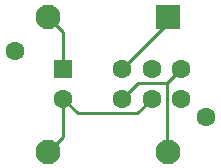
<source format=gtl>
G04 #@! TF.GenerationSoftware,KiCad,Pcbnew,6.0.1-79c1e3a40b~116~ubuntu20.04.1*
G04 #@! TF.CreationDate,2022-01-29T17:03:47-05:00*
G04 #@! TF.ProjectId,herovco_switch,6865726f-7663-46f5-9f73-77697463682e,rev?*
G04 #@! TF.SameCoordinates,Original*
G04 #@! TF.FileFunction,Copper,L1,Top*
G04 #@! TF.FilePolarity,Positive*
%FSLAX46Y46*%
G04 Gerber Fmt 4.6, Leading zero omitted, Abs format (unit mm)*
G04 Created by KiCad (PCBNEW 6.0.1-79c1e3a40b~116~ubuntu20.04.1) date 2022-01-29 17:03:47*
%MOMM*%
%LPD*%
G01*
G04 APERTURE LIST*
G04 Aperture macros list*
%AMRoundRect*
0 Rectangle with rounded corners*
0 $1 Rounding radius*
0 $2 $3 $4 $5 $6 $7 $8 $9 X,Y pos of 4 corners*
0 Add a 4 corners polygon primitive as box body*
4,1,4,$2,$3,$4,$5,$6,$7,$8,$9,$2,$3,0*
0 Add four circle primitives for the rounded corners*
1,1,$1+$1,$2,$3*
1,1,$1+$1,$4,$5*
1,1,$1+$1,$6,$7*
1,1,$1+$1,$8,$9*
0 Add four rect primitives between the rounded corners*
20,1,$1+$1,$2,$3,$4,$5,0*
20,1,$1+$1,$4,$5,$6,$7,0*
20,1,$1+$1,$6,$7,$8,$9,0*
20,1,$1+$1,$8,$9,$2,$3,0*%
G04 Aperture macros list end*
G04 #@! TA.AperFunction,ComponentPad*
%ADD10RoundRect,0.250001X-0.799999X-0.799999X0.799999X-0.799999X0.799999X0.799999X-0.799999X0.799999X0*%
G04 #@! TD*
G04 #@! TA.AperFunction,ComponentPad*
%ADD11C,2.100000*%
G04 #@! TD*
G04 #@! TA.AperFunction,WasherPad*
%ADD12C,1.600000*%
G04 #@! TD*
G04 #@! TA.AperFunction,ComponentPad*
%ADD13R,1.600000X1.600000*%
G04 #@! TD*
G04 #@! TA.AperFunction,ComponentPad*
%ADD14C,1.600000*%
G04 #@! TD*
G04 #@! TA.AperFunction,Conductor*
%ADD15C,0.250000*%
G04 #@! TD*
G04 APERTURE END LIST*
D10*
G04 #@! TO.P,J13,1,Pin_1*
G04 #@! TO.N,Board_0-/Octave and sync switches/SYNCA_P*
X153228200Y-92325400D03*
G04 #@! TD*
D11*
G04 #@! TO.P,J14,1,Pin_1*
G04 #@! TO.N,Board_0-/Octave and sync switches/SOFT_SYNCA_P*
X153228200Y-103755400D03*
G04 #@! TD*
G04 #@! TO.P,J16,1,Pin_1*
G04 #@! TO.N,Board_0-/Octave and sync switches/HARD_SYNCA_P*
X143068200Y-92325400D03*
G04 #@! TD*
G04 #@! TO.P,J15,1,Pin_1*
G04 #@! TO.N,Board_0-/Octave and sync switches/SOFT_SYNC_OFF_P*
X143068200Y-103755400D03*
G04 #@! TD*
D12*
G04 #@! TO.P,SW2,*
G04 #@! TO.N,*
X156438200Y-100820400D03*
X140238200Y-95220400D03*
D13*
G04 #@! TO.P,SW2,1,1*
G04 #@! TO.N,Board_0-/Octave and sync switches/HARD_SYNCA_P*
X144338200Y-96770400D03*
D14*
G04 #@! TO.P,SW2,2,2*
G04 #@! TO.N,Board_0-/Octave and sync switches/SYNCA_P*
X149338200Y-96770400D03*
G04 #@! TO.P,SW2,3,3*
G04 #@! TO.N,Board_0-unconnected-(SW2-Pad3)*
X151838200Y-96770400D03*
G04 #@! TO.P,SW2,4,4*
G04 #@! TO.N,Board_0-/Octave and sync switches/SOFT_SYNCA_P*
X154338200Y-96770400D03*
G04 #@! TO.P,SW2,5,5*
G04 #@! TO.N,Board_0-/Octave and sync switches/SOFT_SYNC_OFF_P*
X144338200Y-99270400D03*
G04 #@! TO.P,SW2,6,6*
G04 #@! TO.N,Board_0-/Octave and sync switches/SOFT_SYNCA_P*
X149338200Y-99270400D03*
G04 #@! TO.P,SW2,7,7*
G04 #@! TO.N,Board_0-/Octave and sync switches/SOFT_SYNC_OFF_P*
X151838200Y-99270400D03*
G04 #@! TO.P,SW2,8,8*
G04 #@! TO.N,Board_0-unconnected-(SW2-Pad8)*
X154338200Y-99270400D03*
G04 #@! TD*
D15*
G04 #@! TO.N,Board_0-/Octave and sync switches/HARD_SYNCA_P*
X143068200Y-92325400D02*
X144338200Y-93595400D01*
X144338200Y-93595400D02*
X144338200Y-96770400D01*
G04 #@! TO.N,Board_0-/Octave and sync switches/SOFT_SYNCA_P*
X153152000Y-97956600D02*
X154338200Y-96770400D01*
X153152000Y-97956600D02*
X153152000Y-103679200D01*
X150652000Y-97956600D02*
X153152000Y-97956600D01*
X149338200Y-99270400D02*
X150652000Y-97956600D01*
G04 #@! TO.N,Board_0-/Octave and sync switches/SOFT_SYNC_OFF_P*
X143068200Y-103755400D02*
X144338200Y-102485400D01*
X150585600Y-100523000D02*
X151838200Y-99270400D01*
X145590800Y-100523000D02*
X150585600Y-100523000D01*
X144338200Y-99270400D02*
X145590800Y-100523000D01*
X144338200Y-102485400D02*
X144338200Y-99270400D01*
G04 #@! TO.N,Board_0-/Octave and sync switches/SYNCA_P*
X153228200Y-92880400D02*
X149338200Y-96770400D01*
G04 #@! TD*
M02*

</source>
